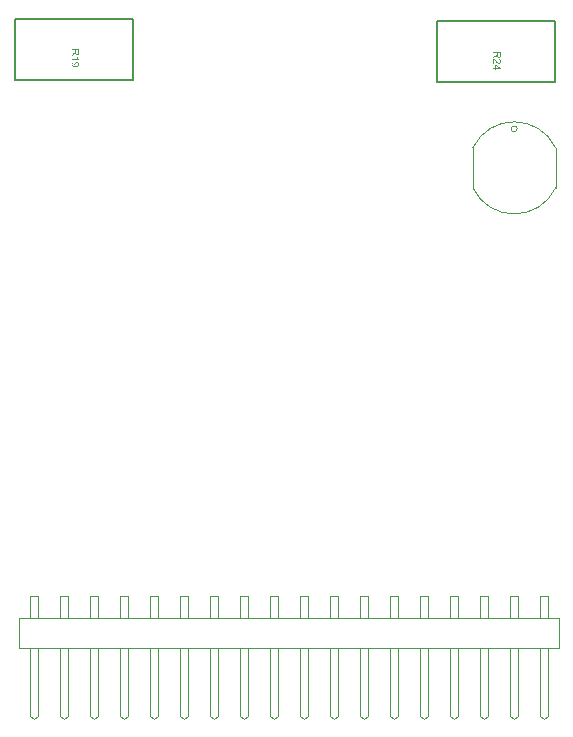
<source format=gbr>
%TF.GenerationSoftware,Altium Limited,Altium Designer,24.3.1 (35)*%
G04 Layer_Color=8388736*
%FSLAX43Y43*%
%MOMM*%
%TF.SameCoordinates,9DAA59CA-406A-4E62-98C5-13318CB5E6F2*%
%TF.FilePolarity,Positive*%
%TF.FileFunction,Other,Top_Component_Outline*%
%TF.Part,Single*%
G01*
G75*
%TA.AperFunction,NonConductor*%
%ADD41C,0.200*%
%ADD67C,0.100*%
G36*
X47640Y48552D02*
X47639Y48545D01*
Y48537D01*
X47638Y48517D01*
X47635Y48497D01*
X47632Y48475D01*
X47628Y48454D01*
X47625Y48444D01*
X47622Y48436D01*
Y48435D01*
X47621Y48434D01*
X47618Y48429D01*
X47615Y48420D01*
X47608Y48410D01*
X47600Y48399D01*
X47589Y48387D01*
X47576Y48376D01*
X47561Y48365D01*
X47560D01*
X47559Y48364D01*
X47554Y48360D01*
X47545Y48356D01*
X47533Y48351D01*
X47519Y48346D01*
X47502Y48342D01*
X47484Y48339D01*
X47465Y48338D01*
X47464D01*
X47462D01*
X47459D01*
X47454Y48339D01*
X47447D01*
X47441Y48340D01*
X47425Y48343D01*
X47407Y48349D01*
X47387Y48356D01*
X47368Y48368D01*
X47359Y48375D01*
X47349Y48382D01*
X47349Y48383D01*
X47348Y48384D01*
X47345Y48387D01*
X47342Y48391D01*
X47338Y48395D01*
X47335Y48401D01*
X47330Y48408D01*
X47324Y48416D01*
X47320Y48425D01*
X47315Y48435D01*
X47310Y48446D01*
X47305Y48458D01*
X47301Y48472D01*
X47297Y48486D01*
X47294Y48502D01*
X47291Y48518D01*
X47290Y48516D01*
X47288Y48513D01*
X47285Y48507D01*
X47281Y48500D01*
X47271Y48483D01*
X47264Y48475D01*
X47259Y48467D01*
X47257Y48465D01*
X47252Y48461D01*
X47245Y48453D01*
X47236Y48444D01*
X47223Y48434D01*
X47209Y48422D01*
X47192Y48410D01*
X47174Y48397D01*
X47000Y48287D01*
Y48392D01*
X47133Y48477D01*
X47134D01*
X47136Y48478D01*
X47139Y48480D01*
X47142Y48483D01*
X47153Y48490D01*
X47165Y48498D01*
X47179Y48508D01*
X47194Y48518D01*
X47208Y48528D01*
X47221Y48538D01*
X47222Y48539D01*
X47226Y48541D01*
X47231Y48546D01*
X47238Y48552D01*
X47251Y48566D01*
X47258Y48574D01*
X47263Y48581D01*
X47264Y48582D01*
X47265Y48584D01*
X47267Y48588D01*
X47270Y48593D01*
X47273Y48599D01*
X47275Y48605D01*
X47280Y48620D01*
Y48621D01*
X47281Y48623D01*
Y48626D01*
X47282Y48631D01*
X47283Y48637D01*
Y48645D01*
X47284Y48655D01*
Y48764D01*
X47000D01*
Y48849D01*
X47640D01*
Y48552D01*
D02*
G37*
G36*
X47018Y48247D02*
X47026Y48246D01*
X47035Y48245D01*
X47044Y48243D01*
X47055Y48239D01*
X47055D01*
X47056Y48238D01*
X47062Y48236D01*
X47070Y48233D01*
X47081Y48227D01*
X47094Y48220D01*
X47109Y48210D01*
X47124Y48200D01*
X47140Y48187D01*
X47140D01*
X47141Y48185D01*
X47147Y48181D01*
X47155Y48172D01*
X47167Y48160D01*
X47181Y48147D01*
X47198Y48129D01*
X47216Y48108D01*
X47236Y48085D01*
X47237Y48084D01*
X47239Y48080D01*
X47244Y48074D01*
X47250Y48068D01*
X47257Y48060D01*
X47265Y48049D01*
X47275Y48039D01*
X47285Y48027D01*
X47307Y48004D01*
X47329Y47981D01*
X47340Y47970D01*
X47351Y47960D01*
X47361Y47951D01*
X47372Y47943D01*
X47373D01*
X47373Y47941D01*
X47376Y47939D01*
X47380Y47938D01*
X47390Y47931D01*
X47402Y47924D01*
X47417Y47917D01*
X47433Y47911D01*
X47450Y47907D01*
X47467Y47905D01*
X47468D01*
X47469D01*
X47474Y47906D01*
X47484Y47907D01*
X47494Y47910D01*
X47507Y47914D01*
X47520Y47920D01*
X47533Y47928D01*
X47545Y47939D01*
X47547Y47941D01*
X47551Y47946D01*
X47556Y47952D01*
X47562Y47963D01*
X47568Y47975D01*
X47573Y47990D01*
X47577Y48008D01*
X47578Y48027D01*
Y48033D01*
X47577Y48037D01*
X47576Y48048D01*
X47573Y48061D01*
X47569Y48074D01*
X47563Y48090D01*
X47555Y48105D01*
X47544Y48119D01*
X47542Y48121D01*
X47537Y48124D01*
X47530Y48130D01*
X47519Y48135D01*
X47506Y48142D01*
X47489Y48147D01*
X47471Y48151D01*
X47449Y48153D01*
X47458Y48233D01*
X47459D01*
X47461Y48233D01*
X47466D01*
X47472Y48232D01*
X47480Y48230D01*
X47488Y48228D01*
X47498Y48225D01*
X47508Y48222D01*
X47531Y48215D01*
X47553Y48204D01*
X47564Y48197D01*
X47575Y48189D01*
X47585Y48181D01*
X47594Y48171D01*
X47595Y48171D01*
X47596Y48169D01*
X47599Y48166D01*
X47602Y48161D01*
X47606Y48156D01*
X47609Y48149D01*
X47614Y48142D01*
X47618Y48133D01*
X47623Y48122D01*
X47628Y48111D01*
X47631Y48099D01*
X47635Y48086D01*
X47638Y48073D01*
X47641Y48058D01*
X47642Y48042D01*
X47643Y48025D01*
Y48016D01*
X47642Y48010D01*
X47641Y48002D01*
X47640Y47993D01*
X47638Y47983D01*
X47636Y47973D01*
X47630Y47949D01*
X47620Y47925D01*
X47615Y47913D01*
X47608Y47901D01*
X47600Y47889D01*
X47591Y47879D01*
X47590Y47878D01*
X47589Y47877D01*
X47585Y47875D01*
X47582Y47871D01*
X47577Y47866D01*
X47570Y47862D01*
X47564Y47857D01*
X47556Y47852D01*
X47538Y47842D01*
X47516Y47833D01*
X47505Y47829D01*
X47492Y47828D01*
X47479Y47826D01*
X47465Y47825D01*
X47463D01*
X47459D01*
X47451Y47826D01*
X47441Y47827D01*
X47430Y47828D01*
X47417Y47832D01*
X47403Y47836D01*
X47389Y47841D01*
X47387Y47842D01*
X47383Y47844D01*
X47375Y47848D01*
X47365Y47853D01*
X47354Y47861D01*
X47340Y47870D01*
X47326Y47881D01*
X47311Y47894D01*
X47309Y47896D01*
X47303Y47901D01*
X47299Y47905D01*
X47294Y47910D01*
X47288Y47915D01*
X47281Y47923D01*
X47274Y47930D01*
X47265Y47939D01*
X47256Y47949D01*
X47246Y47960D01*
X47236Y47972D01*
X47224Y47985D01*
X47212Y48000D01*
X47199Y48014D01*
X47198Y48015D01*
X47196Y48017D01*
X47193Y48021D01*
X47189Y48025D01*
X47184Y48031D01*
X47178Y48037D01*
X47166Y48052D01*
X47153Y48068D01*
X47139Y48083D01*
X47127Y48096D01*
X47122Y48101D01*
X47117Y48106D01*
X47116Y48107D01*
X47114Y48110D01*
X47110Y48113D01*
X47104Y48118D01*
X47098Y48122D01*
X47091Y48128D01*
X47076Y48139D01*
Y47824D01*
X47000D01*
Y48248D01*
X47001D01*
X47005D01*
X47010D01*
X47018Y48247D01*
D02*
G37*
G36*
X47640Y47473D02*
Y47410D01*
X47226D01*
Y47323D01*
X47153D01*
Y47410D01*
X47000D01*
Y47488D01*
X47153D01*
Y47767D01*
X47226D01*
X47640Y47473D01*
D02*
G37*
G36*
X11938Y48781D02*
X11938Y48774D01*
Y48765D01*
X11937Y48746D01*
X11934Y48726D01*
X11931Y48703D01*
X11926Y48683D01*
X11924Y48673D01*
X11921Y48665D01*
Y48664D01*
X11920Y48663D01*
X11917Y48657D01*
X11913Y48649D01*
X11907Y48639D01*
X11899Y48628D01*
X11888Y48616D01*
X11875Y48604D01*
X11860Y48593D01*
X11859D01*
X11858Y48592D01*
X11852Y48589D01*
X11843Y48585D01*
X11831Y48579D01*
X11817Y48575D01*
X11801Y48570D01*
X11783Y48567D01*
X11764Y48567D01*
X11763D01*
X11761D01*
X11757D01*
X11753Y48567D01*
X11746D01*
X11740Y48568D01*
X11724Y48572D01*
X11705Y48578D01*
X11686Y48585D01*
X11667Y48596D01*
X11657Y48604D01*
X11648Y48611D01*
X11647Y48612D01*
X11646Y48613D01*
X11644Y48616D01*
X11641Y48619D01*
X11637Y48624D01*
X11633Y48629D01*
X11629Y48637D01*
X11623Y48644D01*
X11619Y48653D01*
X11614Y48664D01*
X11608Y48675D01*
X11604Y48687D01*
X11600Y48701D01*
X11595Y48714D01*
X11593Y48730D01*
X11590Y48747D01*
X11589Y48745D01*
X11587Y48741D01*
X11583Y48736D01*
X11580Y48728D01*
X11570Y48712D01*
X11563Y48703D01*
X11558Y48696D01*
X11556Y48694D01*
X11551Y48689D01*
X11544Y48682D01*
X11534Y48673D01*
X11521Y48663D01*
X11508Y48651D01*
X11491Y48639D01*
X11472Y48626D01*
X11299Y48516D01*
Y48621D01*
X11432Y48705D01*
X11433D01*
X11435Y48707D01*
X11437Y48709D01*
X11441Y48712D01*
X11451Y48718D01*
X11464Y48726D01*
X11478Y48737D01*
X11493Y48747D01*
X11507Y48757D01*
X11520Y48766D01*
X11521Y48767D01*
X11524Y48770D01*
X11530Y48775D01*
X11536Y48781D01*
X11550Y48795D01*
X11557Y48802D01*
X11562Y48810D01*
X11563Y48811D01*
X11564Y48812D01*
X11566Y48816D01*
X11569Y48822D01*
X11571Y48827D01*
X11574Y48834D01*
X11579Y48849D01*
Y48849D01*
X11580Y48851D01*
Y48855D01*
X11581Y48860D01*
X11582Y48866D01*
Y48873D01*
X11582Y48884D01*
Y48993D01*
X11299D01*
Y49078D01*
X11938D01*
Y48781D01*
D02*
G37*
G36*
X11780Y48405D02*
X11782Y48403D01*
X11783Y48399D01*
X11786Y48395D01*
X11789Y48389D01*
X11792Y48383D01*
X11802Y48367D01*
X11812Y48348D01*
X11825Y48330D01*
X11840Y48310D01*
X11855Y48291D01*
X11856Y48290D01*
X11857Y48289D01*
X11860Y48286D01*
X11863Y48283D01*
X11872Y48274D01*
X11883Y48263D01*
X11896Y48252D01*
X11911Y48240D01*
X11925Y48230D01*
X11941Y48221D01*
Y48170D01*
X11299D01*
Y48248D01*
X11799D01*
X11798Y48249D01*
X11794Y48254D01*
X11789Y48260D01*
X11782Y48269D01*
X11774Y48279D01*
X11765Y48292D01*
X11754Y48307D01*
X11744Y48323D01*
Y48324D01*
X11743Y48325D01*
X11740Y48331D01*
X11735Y48340D01*
X11729Y48351D01*
X11723Y48364D01*
X11717Y48378D01*
X11710Y48392D01*
X11705Y48406D01*
X11780D01*
Y48405D01*
D02*
G37*
G36*
X11741Y47967D02*
X11749Y47966D01*
X11759Y47966D01*
X11769Y47964D01*
X11781Y47961D01*
X11805Y47954D01*
X11818Y47950D01*
X11832Y47944D01*
X11845Y47938D01*
X11857Y47929D01*
X11870Y47921D01*
X11881Y47911D01*
X11882Y47910D01*
X11884Y47908D01*
X11887Y47905D01*
X11890Y47901D01*
X11895Y47895D01*
X11901Y47888D01*
X11905Y47880D01*
X11912Y47871D01*
X11917Y47862D01*
X11922Y47851D01*
X11932Y47826D01*
X11936Y47813D01*
X11938Y47798D01*
X11940Y47783D01*
X11941Y47768D01*
Y47761D01*
X11940Y47757D01*
Y47752D01*
X11939Y47746D01*
X11937Y47730D01*
X11933Y47712D01*
X11926Y47693D01*
X11918Y47673D01*
X11907Y47654D01*
Y47653D01*
X11905Y47652D01*
X11903Y47649D01*
X11901Y47646D01*
X11893Y47636D01*
X11883Y47624D01*
X11869Y47612D01*
X11852Y47598D01*
X11833Y47586D01*
X11811Y47575D01*
X11810D01*
X11808Y47574D01*
X11804Y47573D01*
X11800Y47571D01*
X11793Y47569D01*
X11785Y47566D01*
X11776Y47564D01*
X11766Y47562D01*
X11754Y47559D01*
X11740Y47556D01*
X11725Y47554D01*
X11709Y47552D01*
X11692Y47550D01*
X11673Y47549D01*
X11653Y47548D01*
X11631D01*
X11631D01*
X11626D01*
X11619D01*
X11611D01*
X11601Y47549D01*
X11589D01*
X11575Y47549D01*
X11561Y47551D01*
X11530Y47554D01*
X11497Y47559D01*
X11465Y47565D01*
X11449Y47570D01*
X11435Y47574D01*
X11435D01*
X11433Y47575D01*
X11429Y47577D01*
X11423Y47579D01*
X11418Y47582D01*
X11411Y47586D01*
X11395Y47595D01*
X11377Y47606D01*
X11359Y47619D01*
X11341Y47635D01*
X11325Y47654D01*
Y47655D01*
X11324Y47657D01*
X11322Y47660D01*
X11320Y47663D01*
X11317Y47669D01*
X11313Y47674D01*
X11310Y47682D01*
X11307Y47689D01*
X11300Y47707D01*
X11293Y47728D01*
X11289Y47751D01*
X11288Y47777D01*
Y47784D01*
X11288Y47789D01*
Y47795D01*
X11289Y47803D01*
X11293Y47820D01*
X11298Y47840D01*
X11305Y47860D01*
X11315Y47880D01*
X11322Y47891D01*
X11329Y47900D01*
X11330Y47901D01*
X11331Y47902D01*
X11334Y47905D01*
X11337Y47907D01*
X11341Y47911D01*
X11347Y47916D01*
X11360Y47925D01*
X11376Y47934D01*
X11397Y47943D01*
X11420Y47951D01*
X11447Y47956D01*
X11453Y47880D01*
X11452D01*
X11450Y47880D01*
X11448D01*
X11445Y47879D01*
X11435Y47876D01*
X11423Y47872D01*
X11411Y47868D01*
X11398Y47861D01*
X11386Y47854D01*
X11375Y47844D01*
X11374Y47844D01*
X11372Y47840D01*
X11368Y47833D01*
X11364Y47826D01*
X11360Y47816D01*
X11356Y47804D01*
X11353Y47790D01*
X11352Y47775D01*
Y47769D01*
X11353Y47762D01*
X11354Y47754D01*
X11356Y47744D01*
X11359Y47733D01*
X11362Y47722D01*
X11368Y47712D01*
X11369Y47711D01*
X11371Y47708D01*
X11374Y47702D01*
X11380Y47696D01*
X11386Y47689D01*
X11394Y47682D01*
X11402Y47674D01*
X11412Y47667D01*
X11413Y47666D01*
X11418Y47664D01*
X11424Y47660D01*
X11433Y47657D01*
X11444Y47652D01*
X11457Y47647D01*
X11472Y47643D01*
X11488Y47638D01*
X11489D01*
X11490Y47637D01*
X11493D01*
X11497Y47636D01*
X11506Y47635D01*
X11518Y47632D01*
X11533Y47630D01*
X11548Y47628D01*
X11566Y47627D01*
X11584Y47626D01*
X11585D01*
X11588D01*
X11593D01*
X11600D01*
X11598Y47627D01*
X11594Y47631D01*
X11587Y47636D01*
X11578Y47643D01*
X11569Y47652D01*
X11558Y47663D01*
X11548Y47676D01*
X11539Y47691D01*
X11538Y47693D01*
X11535Y47698D01*
X11532Y47707D01*
X11528Y47717D01*
X11523Y47731D01*
X11520Y47746D01*
X11517Y47762D01*
X11516Y47780D01*
Y47787D01*
X11517Y47793D01*
X11518Y47800D01*
X11519Y47807D01*
X11521Y47817D01*
X11523Y47826D01*
X11530Y47847D01*
X11534Y47858D01*
X11540Y47869D01*
X11546Y47881D01*
X11555Y47893D01*
X11563Y47904D01*
X11573Y47914D01*
X11574Y47915D01*
X11576Y47917D01*
X11579Y47918D01*
X11583Y47922D01*
X11590Y47927D01*
X11596Y47931D01*
X11605Y47936D01*
X11614Y47941D01*
X11624Y47946D01*
X11635Y47951D01*
X11648Y47955D01*
X11661Y47960D01*
X11676Y47964D01*
X11692Y47966D01*
X11707Y47967D01*
X11725Y47968D01*
X11726D01*
X11729D01*
X11734D01*
X11741Y47967D01*
D02*
G37*
%LPC*%
G36*
X47569Y48764D02*
X47357D01*
Y48574D01*
X47358Y48563D01*
X47359Y48550D01*
X47360Y48535D01*
X47361Y48520D01*
X47364Y48505D01*
X47368Y48492D01*
X47369Y48490D01*
X47371Y48487D01*
X47373Y48481D01*
X47377Y48474D01*
X47383Y48465D01*
X47389Y48457D01*
X47398Y48449D01*
X47407Y48442D01*
X47408Y48441D01*
X47411Y48440D01*
X47417Y48437D01*
X47424Y48433D01*
X47433Y48430D01*
X47442Y48428D01*
X47453Y48426D01*
X47464Y48425D01*
X47465D01*
X47466D01*
X47471Y48426D01*
X47480Y48427D01*
X47491Y48429D01*
X47502Y48433D01*
X47515Y48439D01*
X47527Y48447D01*
X47539Y48458D01*
X47540Y48460D01*
X47544Y48465D01*
X47548Y48472D01*
X47554Y48484D01*
X47559Y48498D01*
X47564Y48516D01*
X47568Y48538D01*
X47569Y48563D01*
Y48764D01*
D02*
G37*
G36*
X47226Y47690D02*
Y47488D01*
X47512D01*
X47226Y47690D01*
D02*
G37*
G36*
X11867Y48993D02*
X11656D01*
Y48802D01*
X11656Y48791D01*
X11657Y48778D01*
X11658Y48763D01*
X11660Y48749D01*
X11663Y48734D01*
X11667Y48721D01*
X11668Y48719D01*
X11669Y48715D01*
X11672Y48710D01*
X11676Y48702D01*
X11681Y48694D01*
X11688Y48686D01*
X11696Y48677D01*
X11705Y48671D01*
X11706Y48670D01*
X11710Y48668D01*
X11716Y48665D01*
X11723Y48662D01*
X11731Y48659D01*
X11741Y48656D01*
X11752Y48654D01*
X11763Y48653D01*
X11764D01*
X11765D01*
X11770Y48654D01*
X11778Y48655D01*
X11790Y48657D01*
X11801Y48662D01*
X11814Y48667D01*
X11826Y48676D01*
X11838Y48687D01*
X11839Y48689D01*
X11842Y48693D01*
X11847Y48701D01*
X11852Y48713D01*
X11858Y48726D01*
X11863Y48745D01*
X11866Y48766D01*
X11867Y48791D01*
Y48993D01*
D02*
G37*
G36*
X11722Y47888D02*
X11721D01*
X11719D01*
X11717D01*
X11712Y47887D01*
X11706D01*
X11701Y47886D01*
X11687Y47883D01*
X11671Y47879D01*
X11655Y47873D01*
X11638Y47864D01*
X11623Y47852D01*
X11621Y47850D01*
X11618Y47845D01*
X11611Y47837D01*
X11605Y47827D01*
X11597Y47813D01*
X11591Y47797D01*
X11587Y47780D01*
X11585Y47760D01*
Y47755D01*
X11586Y47751D01*
X11587Y47741D01*
X11590Y47729D01*
X11595Y47714D01*
X11601Y47699D01*
X11610Y47684D01*
X11623Y47671D01*
X11625Y47669D01*
X11631Y47665D01*
X11639Y47660D01*
X11651Y47652D01*
X11666Y47646D01*
X11683Y47640D01*
X11705Y47636D01*
X11729Y47635D01*
X11729D01*
X11731D01*
X11735D01*
X11740Y47635D01*
X11746D01*
X11753Y47636D01*
X11767Y47639D01*
X11785Y47643D01*
X11803Y47649D01*
X11821Y47659D01*
X11837Y47671D01*
X11838D01*
X11839Y47672D01*
X11843Y47677D01*
X11850Y47684D01*
X11857Y47695D01*
X11864Y47708D01*
X11870Y47722D01*
X11875Y47739D01*
X11877Y47748D01*
Y47763D01*
X11876Y47767D01*
X11875Y47777D01*
X11871Y47789D01*
X11866Y47804D01*
X11858Y47819D01*
X11848Y47835D01*
X11840Y47843D01*
X11833Y47850D01*
X11832D01*
X11831Y47852D01*
X11828Y47854D01*
X11826Y47856D01*
X11816Y47862D01*
X11803Y47868D01*
X11788Y47876D01*
X11768Y47882D01*
X11746Y47886D01*
X11722Y47888D01*
D02*
G37*
%LPD*%
D41*
X42198Y51429D02*
X52178D01*
X42198Y46269D02*
Y51429D01*
Y46269D02*
X52178D01*
Y51429D01*
X6486Y51658D02*
X16466D01*
X6486Y46498D02*
Y51658D01*
Y46498D02*
X16466D01*
Y51658D01*
D67*
X49018Y42325D02*
G03*
X49018Y42325I-250J0D01*
G01*
X45268Y37325D02*
G03*
X52268Y37325I3500J1684D01*
G01*
Y40725D02*
G03*
X45268Y40725I-3500J-1684D01*
G01*
X52268Y37325D02*
Y40725D01*
X45268Y37325D02*
Y40725D01*
X6858Y-1627D02*
Y913D01*
X7808D02*
Y2733D01*
Y-7427D02*
Y-1627D01*
Y-7427D02*
X8128Y-7627D01*
X7808Y2733D02*
X8448D01*
X8128Y-7627D02*
X8448Y-7427D01*
Y913D02*
Y2733D01*
Y-7427D02*
Y-1627D01*
X10348Y913D02*
Y2733D01*
Y-7427D02*
Y-1627D01*
Y-7427D02*
X10668Y-7627D01*
X10348Y2733D02*
X10988D01*
X10668Y-7627D02*
X10988Y-7427D01*
Y-1627D01*
Y913D02*
Y2733D01*
X12888Y-7427D02*
Y-1627D01*
Y913D02*
Y2733D01*
Y-7427D02*
X13208Y-7627D01*
X12888Y2733D02*
X13528D01*
X13208Y-7627D02*
X13528Y-7427D01*
Y-1627D01*
Y913D02*
Y2733D01*
X15428Y913D02*
Y2733D01*
Y-7427D02*
Y-1627D01*
Y-7427D02*
X15748Y-7627D01*
X15428Y2733D02*
X16068D01*
X15748Y-7627D02*
X16068Y-7427D01*
Y913D02*
Y2733D01*
Y-7427D02*
Y-1627D01*
X17968Y913D02*
Y2733D01*
Y-7427D02*
Y-1627D01*
Y-7427D02*
X18288Y-7627D01*
X17968Y2733D02*
X18608D01*
X18288Y-7627D02*
X18608Y-7427D01*
Y913D02*
Y2733D01*
Y-7427D02*
Y-1627D01*
X20508Y-7427D02*
Y-1627D01*
Y913D02*
Y2733D01*
Y-7427D02*
X20828Y-7627D01*
X20508Y2733D02*
X21148D01*
X20828Y-7627D02*
X21148Y-7427D01*
Y-1627D01*
Y913D02*
Y2733D01*
X23048Y-7427D02*
Y-1627D01*
Y913D02*
Y2733D01*
Y-7427D02*
X23368Y-7627D01*
X23048Y2733D02*
X23688D01*
X23368Y-7627D02*
X23688Y-7427D01*
Y-1627D01*
Y913D02*
Y2733D01*
X25588Y913D02*
Y2733D01*
Y-7427D02*
Y-1627D01*
Y-7427D02*
X25908Y-7627D01*
X25588Y2733D02*
X26228D01*
X25908Y-7627D02*
X26228Y-7427D01*
Y913D02*
Y2733D01*
Y-7427D02*
Y-1627D01*
X28128Y-7427D02*
Y-1627D01*
Y913D02*
Y2733D01*
Y-7427D02*
X28448Y-7627D01*
X28128Y2733D02*
X28768D01*
X28448Y-7627D02*
X28768Y-7427D01*
Y913D02*
Y2733D01*
Y-7427D02*
Y-1627D01*
X6858Y913D02*
X52578D01*
X6858Y-1627D02*
X52578D01*
X30668Y-7427D02*
Y-1627D01*
Y913D02*
Y2733D01*
Y-7427D02*
X30988Y-7627D01*
X30668Y2733D02*
X31308D01*
X30988Y-7627D02*
X31308Y-7427D01*
Y913D02*
Y2733D01*
Y-7427D02*
Y-1627D01*
X33208Y-7427D02*
Y-1627D01*
Y913D02*
Y2733D01*
Y-7427D02*
X33528Y-7627D01*
X33208Y2733D02*
X33848D01*
X33528Y-7627D02*
X33848Y-7427D01*
Y-1627D01*
Y913D02*
Y2733D01*
X35748Y-7427D02*
Y-1627D01*
Y913D02*
Y2733D01*
Y-7427D02*
X36068Y-7627D01*
X35748Y2733D02*
X36388D01*
X36068Y-7627D02*
X36388Y-7427D01*
Y-1627D01*
Y913D02*
Y2733D01*
X38288Y913D02*
Y2733D01*
Y-7427D02*
Y-1627D01*
Y-7427D02*
X38608Y-7627D01*
X38288Y2733D02*
X38928D01*
X38608Y-7627D02*
X38928Y-7427D01*
Y-1627D01*
Y913D02*
Y2733D01*
X40828Y-7427D02*
Y-1627D01*
Y913D02*
Y2733D01*
Y-7427D02*
X41148Y-7627D01*
X40828Y2733D02*
X41468D01*
X41148Y-7627D02*
X41468Y-7427D01*
Y-1627D01*
Y913D02*
Y2733D01*
X43368Y913D02*
Y2733D01*
Y-7427D02*
Y-1627D01*
Y-7427D02*
X43688Y-7627D01*
X43368Y2733D02*
X44008D01*
X43688Y-7627D02*
X44008Y-7427D01*
Y-1627D01*
Y913D02*
Y2733D01*
X45908Y-7427D02*
Y-1627D01*
Y913D02*
Y2733D01*
Y-7427D02*
X46228Y-7627D01*
X46548Y-7427D01*
X48448D02*
X48768Y-7627D01*
X50988Y-7427D02*
X51308Y-7627D01*
X51628Y-7427D01*
X48768Y-7627D02*
X49088Y-7427D01*
Y-1627D01*
X48448Y-7427D02*
Y-1627D01*
X50988Y-7427D02*
Y-1627D01*
X51628Y-7427D02*
Y-1627D01*
X46548Y-7427D02*
Y-1627D01*
X52578D02*
Y913D01*
X49088D02*
Y2733D01*
X48448Y913D02*
Y2733D01*
X51628Y913D02*
Y2733D01*
X50988Y913D02*
Y2733D01*
X46548Y913D02*
Y2733D01*
X45908D02*
X46548D01*
X48448D02*
X49088D01*
X50988D02*
X51628D01*
%TF.MD5,aade6bbb08ac5a01050d82d14ec944bb*%
M02*

</source>
